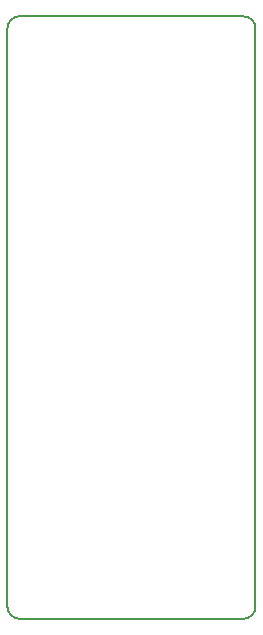
<source format=gbr>
%TF.GenerationSoftware,KiCad,Pcbnew,9.0.6*%
%TF.CreationDate,2025-12-14T11:18:03-08:00*%
%TF.ProjectId,devboard,64657662-6f61-4726-942e-6b696361645f,rev?*%
%TF.SameCoordinates,Original*%
%TF.FileFunction,Profile,NP*%
%FSLAX46Y46*%
G04 Gerber Fmt 4.6, Leading zero omitted, Abs format (unit mm)*
G04 Created by KiCad (PCBNEW 9.0.6) date 2025-12-14 11:18:03*
%MOMM*%
%LPD*%
G01*
G04 APERTURE LIST*
%TA.AperFunction,Profile*%
%ADD10C,0.200000*%
%TD*%
G04 APERTURE END LIST*
D10*
X72670000Y-55520000D02*
X91670000Y-55520000D01*
X72670000Y-106520000D02*
G75*
G02*
X71670000Y-105520000I0J1000000D01*
G01*
X91670000Y-55520000D02*
G75*
G02*
X92670000Y-56520000I0J-1000000D01*
G01*
X92670000Y-56520000D02*
X92670000Y-105520000D01*
X92670000Y-105520000D02*
G75*
G02*
X91670000Y-106520000I-1000000J0D01*
G01*
X91670000Y-106520000D02*
X72670000Y-106520000D01*
X71670000Y-56520000D02*
G75*
G02*
X72670000Y-55520000I1000000J0D01*
G01*
X71670000Y-105520000D02*
X71670000Y-56520000D01*
M02*

</source>
